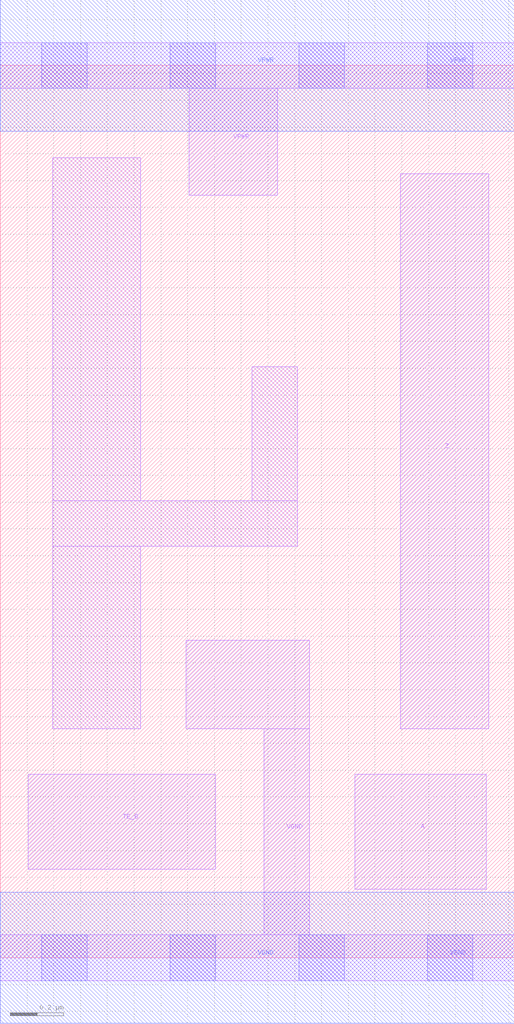
<source format=lef>
# Copyright 2020 The SkyWater PDK Authors
#
# Licensed under the Apache License, Version 2.0 (the "License");
# you may not use this file except in compliance with the License.
# You may obtain a copy of the License at
#
#     https://www.apache.org/licenses/LICENSE-2.0
#
# Unless required by applicable law or agreed to in writing, software
# distributed under the License is distributed on an "AS IS" BASIS,
# WITHOUT WARRANTIES OR CONDITIONS OF ANY KIND, either express or implied.
# See the License for the specific language governing permissions and
# limitations under the License.
#
# SPDX-License-Identifier: Apache-2.0

VERSION 5.7 ;
  NAMESCASESENSITIVE ON ;
  NOWIREEXTENSIONATPIN ON ;
  DIVIDERCHAR "/" ;
  BUSBITCHARS "[]" ;
UNITS
  DATABASE MICRONS 200 ;
END UNITS
MACRO sky130_fd_sc_lp__einvn_m
  CLASS CORE ;
  SOURCE USER ;
  FOREIGN sky130_fd_sc_lp__einvn_m ;
  ORIGIN  0.000000  0.000000 ;
  SIZE  1.920000 BY  3.330000 ;
  SYMMETRY X Y R90 ;
  SITE unit ;
  PIN A
    ANTENNAGATEAREA  0.126000 ;
    DIRECTION INPUT ;
    USE SIGNAL ;
    PORT
      LAYER li1 ;
        RECT 1.325000 0.255000 1.815000 0.685000 ;
    END
  END A
  PIN TE_B
    ANTENNAGATEAREA  0.189000 ;
    DIRECTION INPUT ;
    USE SIGNAL ;
    PORT
      LAYER li1 ;
        RECT 0.105000 0.330000 0.805000 0.685000 ;
    END
  END TE_B
  PIN Z
    ANTENNADIFFAREA  0.222600 ;
    DIRECTION OUTPUT ;
    USE SIGNAL ;
    PORT
      LAYER li1 ;
        RECT 1.495000 0.855000 1.825000 2.925000 ;
    END
  END Z
  PIN VGND
    DIRECTION INOUT ;
    USE GROUND ;
    PORT
      LAYER li1 ;
        RECT 0.000000 -0.085000 1.920000 0.085000 ;
        RECT 0.695000  0.855000 1.155000 1.185000 ;
        RECT 0.985000  0.085000 1.155000 0.855000 ;
      LAYER mcon ;
        RECT 0.155000 -0.085000 0.325000 0.085000 ;
        RECT 0.635000 -0.085000 0.805000 0.085000 ;
        RECT 1.115000 -0.085000 1.285000 0.085000 ;
        RECT 1.595000 -0.085000 1.765000 0.085000 ;
      LAYER met1 ;
        RECT 0.000000 -0.245000 1.920000 0.245000 ;
    END
  END VGND
  PIN VPWR
    DIRECTION INOUT ;
    USE POWER ;
    PORT
      LAYER li1 ;
        RECT 0.000000 3.245000 1.920000 3.415000 ;
        RECT 0.705000 2.845000 1.035000 3.245000 ;
      LAYER mcon ;
        RECT 0.155000 3.245000 0.325000 3.415000 ;
        RECT 0.635000 3.245000 0.805000 3.415000 ;
        RECT 1.115000 3.245000 1.285000 3.415000 ;
        RECT 1.595000 3.245000 1.765000 3.415000 ;
      LAYER met1 ;
        RECT 0.000000 3.085000 1.920000 3.575000 ;
    END
  END VPWR
  OBS
    LAYER li1 ;
      RECT 0.195000 0.855000 0.525000 1.535000 ;
      RECT 0.195000 1.535000 1.110000 1.705000 ;
      RECT 0.195000 1.705000 0.525000 2.985000 ;
      RECT 0.940000 1.705000 1.110000 2.205000 ;
  END
END sky130_fd_sc_lp__einvn_m

</source>
